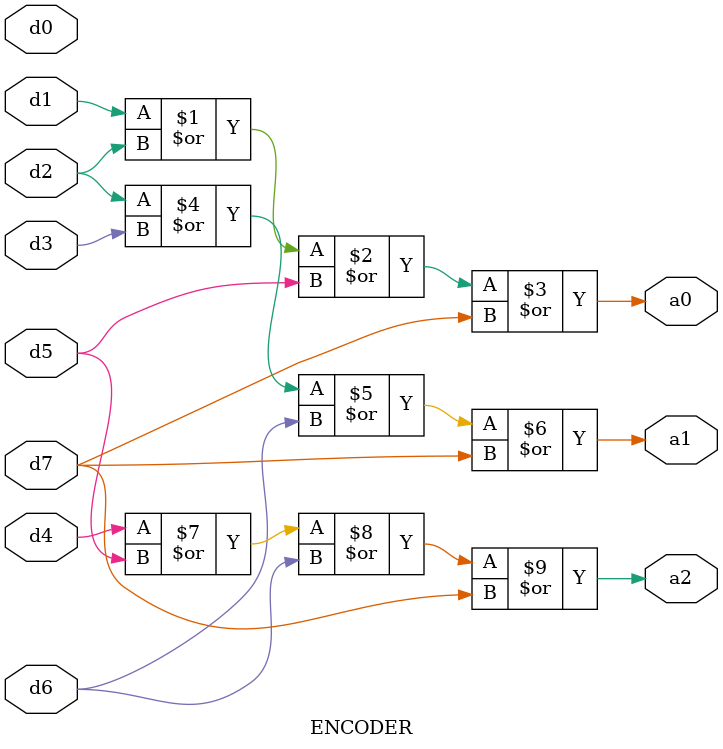
<source format=v>
module ENCODER(a0,a1,a2,d0,d1,d2,d3,d4,d5,d6,d7);
input d0,d1,d2,d3,d4,d5,d6,d7;
output a0,a1,a2;
assign a0 = d1|d2|d5|d7;
assign a1 = d2|d3|d6|d7;
assign a2 = d4|d5|d6|d7;
endmodule

</source>
